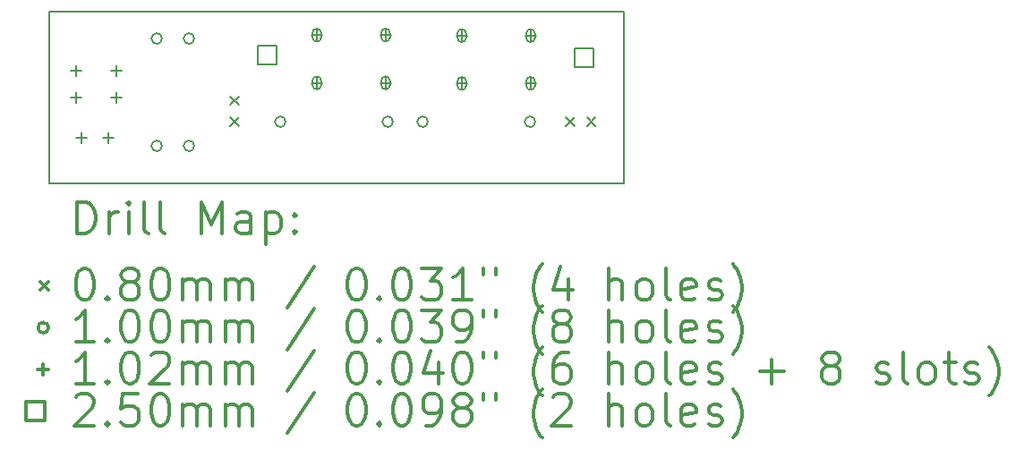
<source format=gbr>
%FSLAX45Y45*%
G04 Gerber Fmt 4.5, Leading zero omitted, Abs format (unit mm)*
G04 Created by KiCad (PCBNEW 0.201601231531+6508~42~ubuntu15.10.1-product) date Sun 24 Jan 2016 05:30:02 PM CET*
%MOMM*%
G01*
G04 APERTURE LIST*
%ADD10C,0.127000*%
%ADD11C,0.150000*%
%ADD12C,0.200000*%
%ADD13C,0.300000*%
G04 APERTURE END LIST*
D10*
D11*
X17729200Y-11379200D02*
X17729200Y-11353800D01*
X12293600Y-11379200D02*
X17729200Y-11379200D01*
X12293600Y-9753600D02*
X12293600Y-11379200D01*
X17729200Y-9753600D02*
X12293600Y-9753600D01*
X17729200Y-9753600D02*
X17729200Y-11353800D01*
D12*
X14006200Y-10555000D02*
X14086200Y-10635000D01*
X14086200Y-10555000D02*
X14006200Y-10635000D01*
X14006200Y-10755000D02*
X14086200Y-10835000D01*
X14086200Y-10755000D02*
X14006200Y-10835000D01*
X17181200Y-10755000D02*
X17261200Y-10835000D01*
X17261200Y-10755000D02*
X17181200Y-10835000D01*
X17381200Y-10755000D02*
X17461200Y-10835000D01*
X17461200Y-10755000D02*
X17381200Y-10835000D01*
X13359638Y-10007600D02*
G75*
G03X13359638Y-10007600I-50038J0D01*
G01*
X13359638Y-11023600D02*
G75*
G03X13359638Y-11023600I-50038J0D01*
G01*
X13664438Y-10007600D02*
G75*
G03X13664438Y-10007600I-50038J0D01*
G01*
X13664438Y-11023600D02*
G75*
G03X13664438Y-11023600I-50038J0D01*
G01*
X14528038Y-10795000D02*
G75*
G03X14528038Y-10795000I-50038J0D01*
G01*
X15544038Y-10795000D02*
G75*
G03X15544038Y-10795000I-50038J0D01*
G01*
X15874238Y-10795000D02*
G75*
G03X15874238Y-10795000I-50038J0D01*
G01*
X16890238Y-10795000D02*
G75*
G03X16890238Y-10795000I-50038J0D01*
G01*
X12547600Y-10261600D02*
X12547600Y-10363200D01*
X12496800Y-10312400D02*
X12598400Y-10312400D01*
X12547600Y-10515600D02*
X12547600Y-10617200D01*
X12496800Y-10566400D02*
X12598400Y-10566400D01*
X12598400Y-10896600D02*
X12598400Y-10998200D01*
X12547600Y-10947400D02*
X12649200Y-10947400D01*
X12852400Y-10896600D02*
X12852400Y-10998200D01*
X12801600Y-10947400D02*
X12903200Y-10947400D01*
X12928600Y-10261600D02*
X12928600Y-10363200D01*
X12877800Y-10312400D02*
X12979400Y-10312400D01*
X12928600Y-10515600D02*
X12928600Y-10617200D01*
X12877800Y-10566400D02*
X12979400Y-10566400D01*
X14823480Y-9923740D02*
X14823480Y-10025340D01*
X14772680Y-9974540D02*
X14874280Y-9974540D01*
X14782680Y-9954220D02*
X14782680Y-9994860D01*
X14864280Y-9954220D02*
X14864280Y-9994860D01*
X14782680Y-9994860D02*
G75*
G03X14864280Y-9994860I40800J0D01*
G01*
X14864280Y-9954220D02*
G75*
G03X14782680Y-9954220I-40800J0D01*
G01*
X14823480Y-10375860D02*
X14823480Y-10477460D01*
X14772680Y-10426660D02*
X14874280Y-10426660D01*
X14782680Y-10406340D02*
X14782680Y-10446980D01*
X14864280Y-10406340D02*
X14864280Y-10446980D01*
X14782680Y-10446980D02*
G75*
G03X14864280Y-10446980I40800J0D01*
G01*
X14864280Y-10406340D02*
G75*
G03X14782680Y-10406340I-40800J0D01*
G01*
X15473720Y-9923740D02*
X15473720Y-10025340D01*
X15422920Y-9974540D02*
X15524520Y-9974540D01*
X15432920Y-9954220D02*
X15432920Y-9994860D01*
X15514520Y-9954220D02*
X15514520Y-9994860D01*
X15432920Y-9994860D02*
G75*
G03X15514520Y-9994860I40800J0D01*
G01*
X15514520Y-9954220D02*
G75*
G03X15432920Y-9954220I-40800J0D01*
G01*
X15473720Y-10375860D02*
X15473720Y-10477460D01*
X15422920Y-10426660D02*
X15524520Y-10426660D01*
X15432920Y-10406340D02*
X15432920Y-10446980D01*
X15514520Y-10406340D02*
X15514520Y-10446980D01*
X15432920Y-10446980D02*
G75*
G03X15514520Y-10446980I40800J0D01*
G01*
X15514520Y-10406340D02*
G75*
G03X15432920Y-10406340I-40800J0D01*
G01*
X16195080Y-9928840D02*
X16195080Y-10030440D01*
X16144280Y-9979640D02*
X16245880Y-9979640D01*
X16154280Y-9959320D02*
X16154280Y-9999960D01*
X16235880Y-9959320D02*
X16235880Y-9999960D01*
X16154280Y-9999960D02*
G75*
G03X16235880Y-9999960I40800J0D01*
G01*
X16235880Y-9959320D02*
G75*
G03X16154280Y-9959320I-40800J0D01*
G01*
X16195080Y-10380960D02*
X16195080Y-10482560D01*
X16144280Y-10431760D02*
X16245880Y-10431760D01*
X16154280Y-10411440D02*
X16154280Y-10452080D01*
X16235880Y-10411440D02*
X16235880Y-10452080D01*
X16154280Y-10452080D02*
G75*
G03X16235880Y-10452080I40800J0D01*
G01*
X16235880Y-10411440D02*
G75*
G03X16154280Y-10411440I-40800J0D01*
G01*
X16845320Y-9928840D02*
X16845320Y-10030440D01*
X16794520Y-9979640D02*
X16896120Y-9979640D01*
X16804520Y-9959320D02*
X16804520Y-9999960D01*
X16886120Y-9959320D02*
X16886120Y-9999960D01*
X16804520Y-9999960D02*
G75*
G03X16886120Y-9999960I40800J0D01*
G01*
X16886120Y-9959320D02*
G75*
G03X16804520Y-9959320I-40800J0D01*
G01*
X16845320Y-10380960D02*
X16845320Y-10482560D01*
X16794520Y-10431760D02*
X16896120Y-10431760D01*
X16804520Y-10411440D02*
X16804520Y-10452080D01*
X16886120Y-10411440D02*
X16886120Y-10452080D01*
X16804520Y-10452080D02*
G75*
G03X16886120Y-10452080I40800J0D01*
G01*
X16886120Y-10411440D02*
G75*
G03X16804520Y-10411440I-40800J0D01*
G01*
X14439389Y-10248389D02*
X14439389Y-10071611D01*
X14262611Y-10071611D01*
X14262611Y-10248389D01*
X14439389Y-10248389D01*
X17436589Y-10273789D02*
X17436589Y-10097011D01*
X17259811Y-10097011D01*
X17259811Y-10273789D01*
X17436589Y-10273789D01*
D13*
X12557528Y-11852414D02*
X12557528Y-11552414D01*
X12628957Y-11552414D01*
X12671814Y-11566700D01*
X12700386Y-11595271D01*
X12714671Y-11623843D01*
X12728957Y-11680986D01*
X12728957Y-11723843D01*
X12714671Y-11780986D01*
X12700386Y-11809557D01*
X12671814Y-11838129D01*
X12628957Y-11852414D01*
X12557528Y-11852414D01*
X12857528Y-11852414D02*
X12857528Y-11652414D01*
X12857528Y-11709557D02*
X12871814Y-11680986D01*
X12886100Y-11666700D01*
X12914671Y-11652414D01*
X12943243Y-11652414D01*
X13043243Y-11852414D02*
X13043243Y-11652414D01*
X13043243Y-11552414D02*
X13028957Y-11566700D01*
X13043243Y-11580986D01*
X13057528Y-11566700D01*
X13043243Y-11552414D01*
X13043243Y-11580986D01*
X13228957Y-11852414D02*
X13200386Y-11838129D01*
X13186100Y-11809557D01*
X13186100Y-11552414D01*
X13386100Y-11852414D02*
X13357528Y-11838129D01*
X13343243Y-11809557D01*
X13343243Y-11552414D01*
X13728957Y-11852414D02*
X13728957Y-11552414D01*
X13828957Y-11766700D01*
X13928957Y-11552414D01*
X13928957Y-11852414D01*
X14200386Y-11852414D02*
X14200386Y-11695271D01*
X14186100Y-11666700D01*
X14157528Y-11652414D01*
X14100386Y-11652414D01*
X14071814Y-11666700D01*
X14200386Y-11838129D02*
X14171814Y-11852414D01*
X14100386Y-11852414D01*
X14071814Y-11838129D01*
X14057528Y-11809557D01*
X14057528Y-11780986D01*
X14071814Y-11752414D01*
X14100386Y-11738129D01*
X14171814Y-11738129D01*
X14200386Y-11723843D01*
X14343243Y-11652414D02*
X14343243Y-11952414D01*
X14343243Y-11666700D02*
X14371814Y-11652414D01*
X14428957Y-11652414D01*
X14457528Y-11666700D01*
X14471814Y-11680986D01*
X14486100Y-11709557D01*
X14486100Y-11795271D01*
X14471814Y-11823843D01*
X14457528Y-11838129D01*
X14428957Y-11852414D01*
X14371814Y-11852414D01*
X14343243Y-11838129D01*
X14614671Y-11823843D02*
X14628957Y-11838129D01*
X14614671Y-11852414D01*
X14600386Y-11838129D01*
X14614671Y-11823843D01*
X14614671Y-11852414D01*
X14614671Y-11666700D02*
X14628957Y-11680986D01*
X14614671Y-11695271D01*
X14600386Y-11680986D01*
X14614671Y-11666700D01*
X14614671Y-11695271D01*
X12206100Y-12306700D02*
X12286100Y-12386700D01*
X12286100Y-12306700D02*
X12206100Y-12386700D01*
X12614671Y-12182414D02*
X12643243Y-12182414D01*
X12671814Y-12196700D01*
X12686100Y-12210986D01*
X12700386Y-12239557D01*
X12714671Y-12296700D01*
X12714671Y-12368129D01*
X12700386Y-12425271D01*
X12686100Y-12453843D01*
X12671814Y-12468129D01*
X12643243Y-12482414D01*
X12614671Y-12482414D01*
X12586100Y-12468129D01*
X12571814Y-12453843D01*
X12557528Y-12425271D01*
X12543243Y-12368129D01*
X12543243Y-12296700D01*
X12557528Y-12239557D01*
X12571814Y-12210986D01*
X12586100Y-12196700D01*
X12614671Y-12182414D01*
X12843243Y-12453843D02*
X12857528Y-12468129D01*
X12843243Y-12482414D01*
X12828957Y-12468129D01*
X12843243Y-12453843D01*
X12843243Y-12482414D01*
X13028957Y-12310986D02*
X13000386Y-12296700D01*
X12986100Y-12282414D01*
X12971814Y-12253843D01*
X12971814Y-12239557D01*
X12986100Y-12210986D01*
X13000386Y-12196700D01*
X13028957Y-12182414D01*
X13086100Y-12182414D01*
X13114671Y-12196700D01*
X13128957Y-12210986D01*
X13143243Y-12239557D01*
X13143243Y-12253843D01*
X13128957Y-12282414D01*
X13114671Y-12296700D01*
X13086100Y-12310986D01*
X13028957Y-12310986D01*
X13000386Y-12325271D01*
X12986100Y-12339557D01*
X12971814Y-12368129D01*
X12971814Y-12425271D01*
X12986100Y-12453843D01*
X13000386Y-12468129D01*
X13028957Y-12482414D01*
X13086100Y-12482414D01*
X13114671Y-12468129D01*
X13128957Y-12453843D01*
X13143243Y-12425271D01*
X13143243Y-12368129D01*
X13128957Y-12339557D01*
X13114671Y-12325271D01*
X13086100Y-12310986D01*
X13328957Y-12182414D02*
X13357528Y-12182414D01*
X13386100Y-12196700D01*
X13400386Y-12210986D01*
X13414671Y-12239557D01*
X13428957Y-12296700D01*
X13428957Y-12368129D01*
X13414671Y-12425271D01*
X13400386Y-12453843D01*
X13386100Y-12468129D01*
X13357528Y-12482414D01*
X13328957Y-12482414D01*
X13300386Y-12468129D01*
X13286100Y-12453843D01*
X13271814Y-12425271D01*
X13257528Y-12368129D01*
X13257528Y-12296700D01*
X13271814Y-12239557D01*
X13286100Y-12210986D01*
X13300386Y-12196700D01*
X13328957Y-12182414D01*
X13557528Y-12482414D02*
X13557528Y-12282414D01*
X13557528Y-12310986D02*
X13571814Y-12296700D01*
X13600386Y-12282414D01*
X13643243Y-12282414D01*
X13671814Y-12296700D01*
X13686100Y-12325271D01*
X13686100Y-12482414D01*
X13686100Y-12325271D02*
X13700386Y-12296700D01*
X13728957Y-12282414D01*
X13771814Y-12282414D01*
X13800386Y-12296700D01*
X13814671Y-12325271D01*
X13814671Y-12482414D01*
X13957528Y-12482414D02*
X13957528Y-12282414D01*
X13957528Y-12310986D02*
X13971814Y-12296700D01*
X14000386Y-12282414D01*
X14043243Y-12282414D01*
X14071814Y-12296700D01*
X14086100Y-12325271D01*
X14086100Y-12482414D01*
X14086100Y-12325271D02*
X14100386Y-12296700D01*
X14128957Y-12282414D01*
X14171814Y-12282414D01*
X14200386Y-12296700D01*
X14214671Y-12325271D01*
X14214671Y-12482414D01*
X14800386Y-12168129D02*
X14543243Y-12553843D01*
X15186100Y-12182414D02*
X15214671Y-12182414D01*
X15243243Y-12196700D01*
X15257528Y-12210986D01*
X15271814Y-12239557D01*
X15286100Y-12296700D01*
X15286100Y-12368129D01*
X15271814Y-12425271D01*
X15257528Y-12453843D01*
X15243243Y-12468129D01*
X15214671Y-12482414D01*
X15186100Y-12482414D01*
X15157528Y-12468129D01*
X15143243Y-12453843D01*
X15128957Y-12425271D01*
X15114671Y-12368129D01*
X15114671Y-12296700D01*
X15128957Y-12239557D01*
X15143243Y-12210986D01*
X15157528Y-12196700D01*
X15186100Y-12182414D01*
X15414671Y-12453843D02*
X15428957Y-12468129D01*
X15414671Y-12482414D01*
X15400386Y-12468129D01*
X15414671Y-12453843D01*
X15414671Y-12482414D01*
X15614671Y-12182414D02*
X15643243Y-12182414D01*
X15671814Y-12196700D01*
X15686100Y-12210986D01*
X15700385Y-12239557D01*
X15714671Y-12296700D01*
X15714671Y-12368129D01*
X15700385Y-12425271D01*
X15686100Y-12453843D01*
X15671814Y-12468129D01*
X15643243Y-12482414D01*
X15614671Y-12482414D01*
X15586100Y-12468129D01*
X15571814Y-12453843D01*
X15557528Y-12425271D01*
X15543243Y-12368129D01*
X15543243Y-12296700D01*
X15557528Y-12239557D01*
X15571814Y-12210986D01*
X15586100Y-12196700D01*
X15614671Y-12182414D01*
X15814671Y-12182414D02*
X16000385Y-12182414D01*
X15900385Y-12296700D01*
X15943243Y-12296700D01*
X15971814Y-12310986D01*
X15986100Y-12325271D01*
X16000385Y-12353843D01*
X16000385Y-12425271D01*
X15986100Y-12453843D01*
X15971814Y-12468129D01*
X15943243Y-12482414D01*
X15857528Y-12482414D01*
X15828957Y-12468129D01*
X15814671Y-12453843D01*
X16286100Y-12482414D02*
X16114671Y-12482414D01*
X16200385Y-12482414D02*
X16200385Y-12182414D01*
X16171814Y-12225271D01*
X16143243Y-12253843D01*
X16114671Y-12268129D01*
X16400386Y-12182414D02*
X16400386Y-12239557D01*
X16514671Y-12182414D02*
X16514671Y-12239557D01*
X16957528Y-12596700D02*
X16943243Y-12582414D01*
X16914671Y-12539557D01*
X16900386Y-12510986D01*
X16886100Y-12468129D01*
X16871814Y-12396700D01*
X16871814Y-12339557D01*
X16886100Y-12268129D01*
X16900386Y-12225271D01*
X16914671Y-12196700D01*
X16943243Y-12153843D01*
X16957528Y-12139557D01*
X17200386Y-12282414D02*
X17200386Y-12482414D01*
X17128957Y-12168129D02*
X17057528Y-12382414D01*
X17243243Y-12382414D01*
X17586100Y-12482414D02*
X17586100Y-12182414D01*
X17714671Y-12482414D02*
X17714671Y-12325271D01*
X17700386Y-12296700D01*
X17671814Y-12282414D01*
X17628957Y-12282414D01*
X17600386Y-12296700D01*
X17586100Y-12310986D01*
X17900386Y-12482414D02*
X17871814Y-12468129D01*
X17857528Y-12453843D01*
X17843243Y-12425271D01*
X17843243Y-12339557D01*
X17857528Y-12310986D01*
X17871814Y-12296700D01*
X17900386Y-12282414D01*
X17943243Y-12282414D01*
X17971814Y-12296700D01*
X17986100Y-12310986D01*
X18000386Y-12339557D01*
X18000386Y-12425271D01*
X17986100Y-12453843D01*
X17971814Y-12468129D01*
X17943243Y-12482414D01*
X17900386Y-12482414D01*
X18171814Y-12482414D02*
X18143243Y-12468129D01*
X18128957Y-12439557D01*
X18128957Y-12182414D01*
X18400386Y-12468129D02*
X18371814Y-12482414D01*
X18314671Y-12482414D01*
X18286100Y-12468129D01*
X18271814Y-12439557D01*
X18271814Y-12325271D01*
X18286100Y-12296700D01*
X18314671Y-12282414D01*
X18371814Y-12282414D01*
X18400386Y-12296700D01*
X18414671Y-12325271D01*
X18414671Y-12353843D01*
X18271814Y-12382414D01*
X18528957Y-12468129D02*
X18557529Y-12482414D01*
X18614671Y-12482414D01*
X18643243Y-12468129D01*
X18657529Y-12439557D01*
X18657529Y-12425271D01*
X18643243Y-12396700D01*
X18614671Y-12382414D01*
X18571814Y-12382414D01*
X18543243Y-12368129D01*
X18528957Y-12339557D01*
X18528957Y-12325271D01*
X18543243Y-12296700D01*
X18571814Y-12282414D01*
X18614671Y-12282414D01*
X18643243Y-12296700D01*
X18757528Y-12596700D02*
X18771814Y-12582414D01*
X18800386Y-12539557D01*
X18814671Y-12510986D01*
X18828957Y-12468129D01*
X18843243Y-12396700D01*
X18843243Y-12339557D01*
X18828957Y-12268129D01*
X18814671Y-12225271D01*
X18800386Y-12196700D01*
X18771814Y-12153843D01*
X18757528Y-12139557D01*
X12286100Y-12742700D02*
G75*
G03X12286100Y-12742700I-50038J0D01*
G01*
X12714671Y-12878414D02*
X12543243Y-12878414D01*
X12628957Y-12878414D02*
X12628957Y-12578414D01*
X12600386Y-12621271D01*
X12571814Y-12649843D01*
X12543243Y-12664129D01*
X12843243Y-12849843D02*
X12857528Y-12864129D01*
X12843243Y-12878414D01*
X12828957Y-12864129D01*
X12843243Y-12849843D01*
X12843243Y-12878414D01*
X13043243Y-12578414D02*
X13071814Y-12578414D01*
X13100386Y-12592700D01*
X13114671Y-12606986D01*
X13128957Y-12635557D01*
X13143243Y-12692700D01*
X13143243Y-12764129D01*
X13128957Y-12821271D01*
X13114671Y-12849843D01*
X13100386Y-12864129D01*
X13071814Y-12878414D01*
X13043243Y-12878414D01*
X13014671Y-12864129D01*
X13000386Y-12849843D01*
X12986100Y-12821271D01*
X12971814Y-12764129D01*
X12971814Y-12692700D01*
X12986100Y-12635557D01*
X13000386Y-12606986D01*
X13014671Y-12592700D01*
X13043243Y-12578414D01*
X13328957Y-12578414D02*
X13357528Y-12578414D01*
X13386100Y-12592700D01*
X13400386Y-12606986D01*
X13414671Y-12635557D01*
X13428957Y-12692700D01*
X13428957Y-12764129D01*
X13414671Y-12821271D01*
X13400386Y-12849843D01*
X13386100Y-12864129D01*
X13357528Y-12878414D01*
X13328957Y-12878414D01*
X13300386Y-12864129D01*
X13286100Y-12849843D01*
X13271814Y-12821271D01*
X13257528Y-12764129D01*
X13257528Y-12692700D01*
X13271814Y-12635557D01*
X13286100Y-12606986D01*
X13300386Y-12592700D01*
X13328957Y-12578414D01*
X13557528Y-12878414D02*
X13557528Y-12678414D01*
X13557528Y-12706986D02*
X13571814Y-12692700D01*
X13600386Y-12678414D01*
X13643243Y-12678414D01*
X13671814Y-12692700D01*
X13686100Y-12721271D01*
X13686100Y-12878414D01*
X13686100Y-12721271D02*
X13700386Y-12692700D01*
X13728957Y-12678414D01*
X13771814Y-12678414D01*
X13800386Y-12692700D01*
X13814671Y-12721271D01*
X13814671Y-12878414D01*
X13957528Y-12878414D02*
X13957528Y-12678414D01*
X13957528Y-12706986D02*
X13971814Y-12692700D01*
X14000386Y-12678414D01*
X14043243Y-12678414D01*
X14071814Y-12692700D01*
X14086100Y-12721271D01*
X14086100Y-12878414D01*
X14086100Y-12721271D02*
X14100386Y-12692700D01*
X14128957Y-12678414D01*
X14171814Y-12678414D01*
X14200386Y-12692700D01*
X14214671Y-12721271D01*
X14214671Y-12878414D01*
X14800386Y-12564129D02*
X14543243Y-12949843D01*
X15186100Y-12578414D02*
X15214671Y-12578414D01*
X15243243Y-12592700D01*
X15257528Y-12606986D01*
X15271814Y-12635557D01*
X15286100Y-12692700D01*
X15286100Y-12764129D01*
X15271814Y-12821271D01*
X15257528Y-12849843D01*
X15243243Y-12864129D01*
X15214671Y-12878414D01*
X15186100Y-12878414D01*
X15157528Y-12864129D01*
X15143243Y-12849843D01*
X15128957Y-12821271D01*
X15114671Y-12764129D01*
X15114671Y-12692700D01*
X15128957Y-12635557D01*
X15143243Y-12606986D01*
X15157528Y-12592700D01*
X15186100Y-12578414D01*
X15414671Y-12849843D02*
X15428957Y-12864129D01*
X15414671Y-12878414D01*
X15400386Y-12864129D01*
X15414671Y-12849843D01*
X15414671Y-12878414D01*
X15614671Y-12578414D02*
X15643243Y-12578414D01*
X15671814Y-12592700D01*
X15686100Y-12606986D01*
X15700385Y-12635557D01*
X15714671Y-12692700D01*
X15714671Y-12764129D01*
X15700385Y-12821271D01*
X15686100Y-12849843D01*
X15671814Y-12864129D01*
X15643243Y-12878414D01*
X15614671Y-12878414D01*
X15586100Y-12864129D01*
X15571814Y-12849843D01*
X15557528Y-12821271D01*
X15543243Y-12764129D01*
X15543243Y-12692700D01*
X15557528Y-12635557D01*
X15571814Y-12606986D01*
X15586100Y-12592700D01*
X15614671Y-12578414D01*
X15814671Y-12578414D02*
X16000385Y-12578414D01*
X15900385Y-12692700D01*
X15943243Y-12692700D01*
X15971814Y-12706986D01*
X15986100Y-12721271D01*
X16000385Y-12749843D01*
X16000385Y-12821271D01*
X15986100Y-12849843D01*
X15971814Y-12864129D01*
X15943243Y-12878414D01*
X15857528Y-12878414D01*
X15828957Y-12864129D01*
X15814671Y-12849843D01*
X16143243Y-12878414D02*
X16200385Y-12878414D01*
X16228957Y-12864129D01*
X16243243Y-12849843D01*
X16271814Y-12806986D01*
X16286100Y-12749843D01*
X16286100Y-12635557D01*
X16271814Y-12606986D01*
X16257528Y-12592700D01*
X16228957Y-12578414D01*
X16171814Y-12578414D01*
X16143243Y-12592700D01*
X16128957Y-12606986D01*
X16114671Y-12635557D01*
X16114671Y-12706986D01*
X16128957Y-12735557D01*
X16143243Y-12749843D01*
X16171814Y-12764129D01*
X16228957Y-12764129D01*
X16257528Y-12749843D01*
X16271814Y-12735557D01*
X16286100Y-12706986D01*
X16400386Y-12578414D02*
X16400386Y-12635557D01*
X16514671Y-12578414D02*
X16514671Y-12635557D01*
X16957528Y-12992700D02*
X16943243Y-12978414D01*
X16914671Y-12935557D01*
X16900386Y-12906986D01*
X16886100Y-12864129D01*
X16871814Y-12792700D01*
X16871814Y-12735557D01*
X16886100Y-12664129D01*
X16900386Y-12621271D01*
X16914671Y-12592700D01*
X16943243Y-12549843D01*
X16957528Y-12535557D01*
X17114671Y-12706986D02*
X17086100Y-12692700D01*
X17071814Y-12678414D01*
X17057528Y-12649843D01*
X17057528Y-12635557D01*
X17071814Y-12606986D01*
X17086100Y-12592700D01*
X17114671Y-12578414D01*
X17171814Y-12578414D01*
X17200386Y-12592700D01*
X17214671Y-12606986D01*
X17228957Y-12635557D01*
X17228957Y-12649843D01*
X17214671Y-12678414D01*
X17200386Y-12692700D01*
X17171814Y-12706986D01*
X17114671Y-12706986D01*
X17086100Y-12721271D01*
X17071814Y-12735557D01*
X17057528Y-12764129D01*
X17057528Y-12821271D01*
X17071814Y-12849843D01*
X17086100Y-12864129D01*
X17114671Y-12878414D01*
X17171814Y-12878414D01*
X17200386Y-12864129D01*
X17214671Y-12849843D01*
X17228957Y-12821271D01*
X17228957Y-12764129D01*
X17214671Y-12735557D01*
X17200386Y-12721271D01*
X17171814Y-12706986D01*
X17586100Y-12878414D02*
X17586100Y-12578414D01*
X17714671Y-12878414D02*
X17714671Y-12721271D01*
X17700386Y-12692700D01*
X17671814Y-12678414D01*
X17628957Y-12678414D01*
X17600386Y-12692700D01*
X17586100Y-12706986D01*
X17900386Y-12878414D02*
X17871814Y-12864129D01*
X17857528Y-12849843D01*
X17843243Y-12821271D01*
X17843243Y-12735557D01*
X17857528Y-12706986D01*
X17871814Y-12692700D01*
X17900386Y-12678414D01*
X17943243Y-12678414D01*
X17971814Y-12692700D01*
X17986100Y-12706986D01*
X18000386Y-12735557D01*
X18000386Y-12821271D01*
X17986100Y-12849843D01*
X17971814Y-12864129D01*
X17943243Y-12878414D01*
X17900386Y-12878414D01*
X18171814Y-12878414D02*
X18143243Y-12864129D01*
X18128957Y-12835557D01*
X18128957Y-12578414D01*
X18400386Y-12864129D02*
X18371814Y-12878414D01*
X18314671Y-12878414D01*
X18286100Y-12864129D01*
X18271814Y-12835557D01*
X18271814Y-12721271D01*
X18286100Y-12692700D01*
X18314671Y-12678414D01*
X18371814Y-12678414D01*
X18400386Y-12692700D01*
X18414671Y-12721271D01*
X18414671Y-12749843D01*
X18271814Y-12778414D01*
X18528957Y-12864129D02*
X18557529Y-12878414D01*
X18614671Y-12878414D01*
X18643243Y-12864129D01*
X18657529Y-12835557D01*
X18657529Y-12821271D01*
X18643243Y-12792700D01*
X18614671Y-12778414D01*
X18571814Y-12778414D01*
X18543243Y-12764129D01*
X18528957Y-12735557D01*
X18528957Y-12721271D01*
X18543243Y-12692700D01*
X18571814Y-12678414D01*
X18614671Y-12678414D01*
X18643243Y-12692700D01*
X18757528Y-12992700D02*
X18771814Y-12978414D01*
X18800386Y-12935557D01*
X18814671Y-12906986D01*
X18828957Y-12864129D01*
X18843243Y-12792700D01*
X18843243Y-12735557D01*
X18828957Y-12664129D01*
X18814671Y-12621271D01*
X18800386Y-12592700D01*
X18771814Y-12549843D01*
X18757528Y-12535557D01*
X12235300Y-13087900D02*
X12235300Y-13189500D01*
X12184500Y-13138700D02*
X12286100Y-13138700D01*
X12714671Y-13274414D02*
X12543243Y-13274414D01*
X12628957Y-13274414D02*
X12628957Y-12974414D01*
X12600386Y-13017271D01*
X12571814Y-13045843D01*
X12543243Y-13060129D01*
X12843243Y-13245843D02*
X12857528Y-13260129D01*
X12843243Y-13274414D01*
X12828957Y-13260129D01*
X12843243Y-13245843D01*
X12843243Y-13274414D01*
X13043243Y-12974414D02*
X13071814Y-12974414D01*
X13100386Y-12988700D01*
X13114671Y-13002986D01*
X13128957Y-13031557D01*
X13143243Y-13088700D01*
X13143243Y-13160129D01*
X13128957Y-13217271D01*
X13114671Y-13245843D01*
X13100386Y-13260129D01*
X13071814Y-13274414D01*
X13043243Y-13274414D01*
X13014671Y-13260129D01*
X13000386Y-13245843D01*
X12986100Y-13217271D01*
X12971814Y-13160129D01*
X12971814Y-13088700D01*
X12986100Y-13031557D01*
X13000386Y-13002986D01*
X13014671Y-12988700D01*
X13043243Y-12974414D01*
X13257528Y-13002986D02*
X13271814Y-12988700D01*
X13300386Y-12974414D01*
X13371814Y-12974414D01*
X13400386Y-12988700D01*
X13414671Y-13002986D01*
X13428957Y-13031557D01*
X13428957Y-13060129D01*
X13414671Y-13102986D01*
X13243243Y-13274414D01*
X13428957Y-13274414D01*
X13557528Y-13274414D02*
X13557528Y-13074414D01*
X13557528Y-13102986D02*
X13571814Y-13088700D01*
X13600386Y-13074414D01*
X13643243Y-13074414D01*
X13671814Y-13088700D01*
X13686100Y-13117271D01*
X13686100Y-13274414D01*
X13686100Y-13117271D02*
X13700386Y-13088700D01*
X13728957Y-13074414D01*
X13771814Y-13074414D01*
X13800386Y-13088700D01*
X13814671Y-13117271D01*
X13814671Y-13274414D01*
X13957528Y-13274414D02*
X13957528Y-13074414D01*
X13957528Y-13102986D02*
X13971814Y-13088700D01*
X14000386Y-13074414D01*
X14043243Y-13074414D01*
X14071814Y-13088700D01*
X14086100Y-13117271D01*
X14086100Y-13274414D01*
X14086100Y-13117271D02*
X14100386Y-13088700D01*
X14128957Y-13074414D01*
X14171814Y-13074414D01*
X14200386Y-13088700D01*
X14214671Y-13117271D01*
X14214671Y-13274414D01*
X14800386Y-12960129D02*
X14543243Y-13345843D01*
X15186100Y-12974414D02*
X15214671Y-12974414D01*
X15243243Y-12988700D01*
X15257528Y-13002986D01*
X15271814Y-13031557D01*
X15286100Y-13088700D01*
X15286100Y-13160129D01*
X15271814Y-13217271D01*
X15257528Y-13245843D01*
X15243243Y-13260129D01*
X15214671Y-13274414D01*
X15186100Y-13274414D01*
X15157528Y-13260129D01*
X15143243Y-13245843D01*
X15128957Y-13217271D01*
X15114671Y-13160129D01*
X15114671Y-13088700D01*
X15128957Y-13031557D01*
X15143243Y-13002986D01*
X15157528Y-12988700D01*
X15186100Y-12974414D01*
X15414671Y-13245843D02*
X15428957Y-13260129D01*
X15414671Y-13274414D01*
X15400386Y-13260129D01*
X15414671Y-13245843D01*
X15414671Y-13274414D01*
X15614671Y-12974414D02*
X15643243Y-12974414D01*
X15671814Y-12988700D01*
X15686100Y-13002986D01*
X15700385Y-13031557D01*
X15714671Y-13088700D01*
X15714671Y-13160129D01*
X15700385Y-13217271D01*
X15686100Y-13245843D01*
X15671814Y-13260129D01*
X15643243Y-13274414D01*
X15614671Y-13274414D01*
X15586100Y-13260129D01*
X15571814Y-13245843D01*
X15557528Y-13217271D01*
X15543243Y-13160129D01*
X15543243Y-13088700D01*
X15557528Y-13031557D01*
X15571814Y-13002986D01*
X15586100Y-12988700D01*
X15614671Y-12974414D01*
X15971814Y-13074414D02*
X15971814Y-13274414D01*
X15900385Y-12960129D02*
X15828957Y-13174414D01*
X16014671Y-13174414D01*
X16186100Y-12974414D02*
X16214671Y-12974414D01*
X16243243Y-12988700D01*
X16257528Y-13002986D01*
X16271814Y-13031557D01*
X16286100Y-13088700D01*
X16286100Y-13160129D01*
X16271814Y-13217271D01*
X16257528Y-13245843D01*
X16243243Y-13260129D01*
X16214671Y-13274414D01*
X16186100Y-13274414D01*
X16157528Y-13260129D01*
X16143243Y-13245843D01*
X16128957Y-13217271D01*
X16114671Y-13160129D01*
X16114671Y-13088700D01*
X16128957Y-13031557D01*
X16143243Y-13002986D01*
X16157528Y-12988700D01*
X16186100Y-12974414D01*
X16400386Y-12974414D02*
X16400386Y-13031557D01*
X16514671Y-12974414D02*
X16514671Y-13031557D01*
X16957528Y-13388700D02*
X16943243Y-13374414D01*
X16914671Y-13331557D01*
X16900386Y-13302986D01*
X16886100Y-13260129D01*
X16871814Y-13188700D01*
X16871814Y-13131557D01*
X16886100Y-13060129D01*
X16900386Y-13017271D01*
X16914671Y-12988700D01*
X16943243Y-12945843D01*
X16957528Y-12931557D01*
X17200386Y-12974414D02*
X17143243Y-12974414D01*
X17114671Y-12988700D01*
X17100386Y-13002986D01*
X17071814Y-13045843D01*
X17057528Y-13102986D01*
X17057528Y-13217271D01*
X17071814Y-13245843D01*
X17086100Y-13260129D01*
X17114671Y-13274414D01*
X17171814Y-13274414D01*
X17200386Y-13260129D01*
X17214671Y-13245843D01*
X17228957Y-13217271D01*
X17228957Y-13145843D01*
X17214671Y-13117271D01*
X17200386Y-13102986D01*
X17171814Y-13088700D01*
X17114671Y-13088700D01*
X17086100Y-13102986D01*
X17071814Y-13117271D01*
X17057528Y-13145843D01*
X17586100Y-13274414D02*
X17586100Y-12974414D01*
X17714671Y-13274414D02*
X17714671Y-13117271D01*
X17700386Y-13088700D01*
X17671814Y-13074414D01*
X17628957Y-13074414D01*
X17600386Y-13088700D01*
X17586100Y-13102986D01*
X17900386Y-13274414D02*
X17871814Y-13260129D01*
X17857528Y-13245843D01*
X17843243Y-13217271D01*
X17843243Y-13131557D01*
X17857528Y-13102986D01*
X17871814Y-13088700D01*
X17900386Y-13074414D01*
X17943243Y-13074414D01*
X17971814Y-13088700D01*
X17986100Y-13102986D01*
X18000386Y-13131557D01*
X18000386Y-13217271D01*
X17986100Y-13245843D01*
X17971814Y-13260129D01*
X17943243Y-13274414D01*
X17900386Y-13274414D01*
X18171814Y-13274414D02*
X18143243Y-13260129D01*
X18128957Y-13231557D01*
X18128957Y-12974414D01*
X18400386Y-13260129D02*
X18371814Y-13274414D01*
X18314671Y-13274414D01*
X18286100Y-13260129D01*
X18271814Y-13231557D01*
X18271814Y-13117271D01*
X18286100Y-13088700D01*
X18314671Y-13074414D01*
X18371814Y-13074414D01*
X18400386Y-13088700D01*
X18414671Y-13117271D01*
X18414671Y-13145843D01*
X18271814Y-13174414D01*
X18528957Y-13260129D02*
X18557529Y-13274414D01*
X18614671Y-13274414D01*
X18643243Y-13260129D01*
X18657529Y-13231557D01*
X18657529Y-13217271D01*
X18643243Y-13188700D01*
X18614671Y-13174414D01*
X18571814Y-13174414D01*
X18543243Y-13160129D01*
X18528957Y-13131557D01*
X18528957Y-13117271D01*
X18543243Y-13088700D01*
X18571814Y-13074414D01*
X18614671Y-13074414D01*
X18643243Y-13088700D01*
X19014671Y-13160129D02*
X19243243Y-13160129D01*
X19128957Y-13274414D02*
X19128957Y-13045843D01*
X19657528Y-13102986D02*
X19628957Y-13088700D01*
X19614671Y-13074414D01*
X19600386Y-13045843D01*
X19600386Y-13031557D01*
X19614671Y-13002986D01*
X19628957Y-12988700D01*
X19657528Y-12974414D01*
X19714671Y-12974414D01*
X19743243Y-12988700D01*
X19757528Y-13002986D01*
X19771814Y-13031557D01*
X19771814Y-13045843D01*
X19757528Y-13074414D01*
X19743243Y-13088700D01*
X19714671Y-13102986D01*
X19657528Y-13102986D01*
X19628957Y-13117271D01*
X19614671Y-13131557D01*
X19600386Y-13160129D01*
X19600386Y-13217271D01*
X19614671Y-13245843D01*
X19628957Y-13260129D01*
X19657528Y-13274414D01*
X19714671Y-13274414D01*
X19743243Y-13260129D01*
X19757528Y-13245843D01*
X19771814Y-13217271D01*
X19771814Y-13160129D01*
X19757528Y-13131557D01*
X19743243Y-13117271D01*
X19714671Y-13102986D01*
X20114671Y-13260129D02*
X20143243Y-13274414D01*
X20200386Y-13274414D01*
X20228957Y-13260129D01*
X20243243Y-13231557D01*
X20243243Y-13217271D01*
X20228957Y-13188700D01*
X20200386Y-13174414D01*
X20157528Y-13174414D01*
X20128957Y-13160129D01*
X20114671Y-13131557D01*
X20114671Y-13117271D01*
X20128957Y-13088700D01*
X20157528Y-13074414D01*
X20200386Y-13074414D01*
X20228957Y-13088700D01*
X20414671Y-13274414D02*
X20386100Y-13260129D01*
X20371814Y-13231557D01*
X20371814Y-12974414D01*
X20571814Y-13274414D02*
X20543243Y-13260129D01*
X20528957Y-13245843D01*
X20514671Y-13217271D01*
X20514671Y-13131557D01*
X20528957Y-13102986D01*
X20543243Y-13088700D01*
X20571814Y-13074414D01*
X20614671Y-13074414D01*
X20643243Y-13088700D01*
X20657528Y-13102986D01*
X20671814Y-13131557D01*
X20671814Y-13217271D01*
X20657528Y-13245843D01*
X20643243Y-13260129D01*
X20614671Y-13274414D01*
X20571814Y-13274414D01*
X20757528Y-13074414D02*
X20871814Y-13074414D01*
X20800386Y-12974414D02*
X20800386Y-13231557D01*
X20814671Y-13260129D01*
X20843243Y-13274414D01*
X20871814Y-13274414D01*
X20957529Y-13260129D02*
X20986100Y-13274414D01*
X21043243Y-13274414D01*
X21071814Y-13260129D01*
X21086100Y-13231557D01*
X21086100Y-13217271D01*
X21071814Y-13188700D01*
X21043243Y-13174414D01*
X21000386Y-13174414D01*
X20971814Y-13160129D01*
X20957529Y-13131557D01*
X20957529Y-13117271D01*
X20971814Y-13088700D01*
X21000386Y-13074414D01*
X21043243Y-13074414D01*
X21071814Y-13088700D01*
X21186100Y-13388700D02*
X21200386Y-13374414D01*
X21228957Y-13331557D01*
X21243243Y-13302986D01*
X21257528Y-13260129D01*
X21271814Y-13188700D01*
X21271814Y-13131557D01*
X21257528Y-13060129D01*
X21243243Y-13017271D01*
X21228957Y-12988700D01*
X21200386Y-12945843D01*
X21186100Y-12931557D01*
X12249489Y-13623089D02*
X12249489Y-13446311D01*
X12072711Y-13446311D01*
X12072711Y-13623089D01*
X12249489Y-13623089D01*
X12543243Y-13398986D02*
X12557528Y-13384700D01*
X12586100Y-13370414D01*
X12657528Y-13370414D01*
X12686100Y-13384700D01*
X12700386Y-13398986D01*
X12714671Y-13427557D01*
X12714671Y-13456129D01*
X12700386Y-13498986D01*
X12528957Y-13670414D01*
X12714671Y-13670414D01*
X12843243Y-13641843D02*
X12857528Y-13656129D01*
X12843243Y-13670414D01*
X12828957Y-13656129D01*
X12843243Y-13641843D01*
X12843243Y-13670414D01*
X13128957Y-13370414D02*
X12986100Y-13370414D01*
X12971814Y-13513271D01*
X12986100Y-13498986D01*
X13014671Y-13484700D01*
X13086100Y-13484700D01*
X13114671Y-13498986D01*
X13128957Y-13513271D01*
X13143243Y-13541843D01*
X13143243Y-13613271D01*
X13128957Y-13641843D01*
X13114671Y-13656129D01*
X13086100Y-13670414D01*
X13014671Y-13670414D01*
X12986100Y-13656129D01*
X12971814Y-13641843D01*
X13328957Y-13370414D02*
X13357528Y-13370414D01*
X13386100Y-13384700D01*
X13400386Y-13398986D01*
X13414671Y-13427557D01*
X13428957Y-13484700D01*
X13428957Y-13556129D01*
X13414671Y-13613271D01*
X13400386Y-13641843D01*
X13386100Y-13656129D01*
X13357528Y-13670414D01*
X13328957Y-13670414D01*
X13300386Y-13656129D01*
X13286100Y-13641843D01*
X13271814Y-13613271D01*
X13257528Y-13556129D01*
X13257528Y-13484700D01*
X13271814Y-13427557D01*
X13286100Y-13398986D01*
X13300386Y-13384700D01*
X13328957Y-13370414D01*
X13557528Y-13670414D02*
X13557528Y-13470414D01*
X13557528Y-13498986D02*
X13571814Y-13484700D01*
X13600386Y-13470414D01*
X13643243Y-13470414D01*
X13671814Y-13484700D01*
X13686100Y-13513271D01*
X13686100Y-13670414D01*
X13686100Y-13513271D02*
X13700386Y-13484700D01*
X13728957Y-13470414D01*
X13771814Y-13470414D01*
X13800386Y-13484700D01*
X13814671Y-13513271D01*
X13814671Y-13670414D01*
X13957528Y-13670414D02*
X13957528Y-13470414D01*
X13957528Y-13498986D02*
X13971814Y-13484700D01*
X14000386Y-13470414D01*
X14043243Y-13470414D01*
X14071814Y-13484700D01*
X14086100Y-13513271D01*
X14086100Y-13670414D01*
X14086100Y-13513271D02*
X14100386Y-13484700D01*
X14128957Y-13470414D01*
X14171814Y-13470414D01*
X14200386Y-13484700D01*
X14214671Y-13513271D01*
X14214671Y-13670414D01*
X14800386Y-13356129D02*
X14543243Y-13741843D01*
X15186100Y-13370414D02*
X15214671Y-13370414D01*
X15243243Y-13384700D01*
X15257528Y-13398986D01*
X15271814Y-13427557D01*
X15286100Y-13484700D01*
X15286100Y-13556129D01*
X15271814Y-13613271D01*
X15257528Y-13641843D01*
X15243243Y-13656129D01*
X15214671Y-13670414D01*
X15186100Y-13670414D01*
X15157528Y-13656129D01*
X15143243Y-13641843D01*
X15128957Y-13613271D01*
X15114671Y-13556129D01*
X15114671Y-13484700D01*
X15128957Y-13427557D01*
X15143243Y-13398986D01*
X15157528Y-13384700D01*
X15186100Y-13370414D01*
X15414671Y-13641843D02*
X15428957Y-13656129D01*
X15414671Y-13670414D01*
X15400386Y-13656129D01*
X15414671Y-13641843D01*
X15414671Y-13670414D01*
X15614671Y-13370414D02*
X15643243Y-13370414D01*
X15671814Y-13384700D01*
X15686100Y-13398986D01*
X15700385Y-13427557D01*
X15714671Y-13484700D01*
X15714671Y-13556129D01*
X15700385Y-13613271D01*
X15686100Y-13641843D01*
X15671814Y-13656129D01*
X15643243Y-13670414D01*
X15614671Y-13670414D01*
X15586100Y-13656129D01*
X15571814Y-13641843D01*
X15557528Y-13613271D01*
X15543243Y-13556129D01*
X15543243Y-13484700D01*
X15557528Y-13427557D01*
X15571814Y-13398986D01*
X15586100Y-13384700D01*
X15614671Y-13370414D01*
X15857528Y-13670414D02*
X15914671Y-13670414D01*
X15943243Y-13656129D01*
X15957528Y-13641843D01*
X15986100Y-13598986D01*
X16000385Y-13541843D01*
X16000385Y-13427557D01*
X15986100Y-13398986D01*
X15971814Y-13384700D01*
X15943243Y-13370414D01*
X15886100Y-13370414D01*
X15857528Y-13384700D01*
X15843243Y-13398986D01*
X15828957Y-13427557D01*
X15828957Y-13498986D01*
X15843243Y-13527557D01*
X15857528Y-13541843D01*
X15886100Y-13556129D01*
X15943243Y-13556129D01*
X15971814Y-13541843D01*
X15986100Y-13527557D01*
X16000385Y-13498986D01*
X16171814Y-13498986D02*
X16143243Y-13484700D01*
X16128957Y-13470414D01*
X16114671Y-13441843D01*
X16114671Y-13427557D01*
X16128957Y-13398986D01*
X16143243Y-13384700D01*
X16171814Y-13370414D01*
X16228957Y-13370414D01*
X16257528Y-13384700D01*
X16271814Y-13398986D01*
X16286100Y-13427557D01*
X16286100Y-13441843D01*
X16271814Y-13470414D01*
X16257528Y-13484700D01*
X16228957Y-13498986D01*
X16171814Y-13498986D01*
X16143243Y-13513271D01*
X16128957Y-13527557D01*
X16114671Y-13556129D01*
X16114671Y-13613271D01*
X16128957Y-13641843D01*
X16143243Y-13656129D01*
X16171814Y-13670414D01*
X16228957Y-13670414D01*
X16257528Y-13656129D01*
X16271814Y-13641843D01*
X16286100Y-13613271D01*
X16286100Y-13556129D01*
X16271814Y-13527557D01*
X16257528Y-13513271D01*
X16228957Y-13498986D01*
X16400386Y-13370414D02*
X16400386Y-13427557D01*
X16514671Y-13370414D02*
X16514671Y-13427557D01*
X16957528Y-13784700D02*
X16943243Y-13770414D01*
X16914671Y-13727557D01*
X16900386Y-13698986D01*
X16886100Y-13656129D01*
X16871814Y-13584700D01*
X16871814Y-13527557D01*
X16886100Y-13456129D01*
X16900386Y-13413271D01*
X16914671Y-13384700D01*
X16943243Y-13341843D01*
X16957528Y-13327557D01*
X17057528Y-13398986D02*
X17071814Y-13384700D01*
X17100386Y-13370414D01*
X17171814Y-13370414D01*
X17200386Y-13384700D01*
X17214671Y-13398986D01*
X17228957Y-13427557D01*
X17228957Y-13456129D01*
X17214671Y-13498986D01*
X17043243Y-13670414D01*
X17228957Y-13670414D01*
X17586100Y-13670414D02*
X17586100Y-13370414D01*
X17714671Y-13670414D02*
X17714671Y-13513271D01*
X17700386Y-13484700D01*
X17671814Y-13470414D01*
X17628957Y-13470414D01*
X17600386Y-13484700D01*
X17586100Y-13498986D01*
X17900386Y-13670414D02*
X17871814Y-13656129D01*
X17857528Y-13641843D01*
X17843243Y-13613271D01*
X17843243Y-13527557D01*
X17857528Y-13498986D01*
X17871814Y-13484700D01*
X17900386Y-13470414D01*
X17943243Y-13470414D01*
X17971814Y-13484700D01*
X17986100Y-13498986D01*
X18000386Y-13527557D01*
X18000386Y-13613271D01*
X17986100Y-13641843D01*
X17971814Y-13656129D01*
X17943243Y-13670414D01*
X17900386Y-13670414D01*
X18171814Y-13670414D02*
X18143243Y-13656129D01*
X18128957Y-13627557D01*
X18128957Y-13370414D01*
X18400386Y-13656129D02*
X18371814Y-13670414D01*
X18314671Y-13670414D01*
X18286100Y-13656129D01*
X18271814Y-13627557D01*
X18271814Y-13513271D01*
X18286100Y-13484700D01*
X18314671Y-13470414D01*
X18371814Y-13470414D01*
X18400386Y-13484700D01*
X18414671Y-13513271D01*
X18414671Y-13541843D01*
X18271814Y-13570414D01*
X18528957Y-13656129D02*
X18557529Y-13670414D01*
X18614671Y-13670414D01*
X18643243Y-13656129D01*
X18657529Y-13627557D01*
X18657529Y-13613271D01*
X18643243Y-13584700D01*
X18614671Y-13570414D01*
X18571814Y-13570414D01*
X18543243Y-13556129D01*
X18528957Y-13527557D01*
X18528957Y-13513271D01*
X18543243Y-13484700D01*
X18571814Y-13470414D01*
X18614671Y-13470414D01*
X18643243Y-13484700D01*
X18757528Y-13784700D02*
X18771814Y-13770414D01*
X18800386Y-13727557D01*
X18814671Y-13698986D01*
X18828957Y-13656129D01*
X18843243Y-13584700D01*
X18843243Y-13527557D01*
X18828957Y-13456129D01*
X18814671Y-13413271D01*
X18800386Y-13384700D01*
X18771814Y-13341843D01*
X18757528Y-13327557D01*
M02*

</source>
